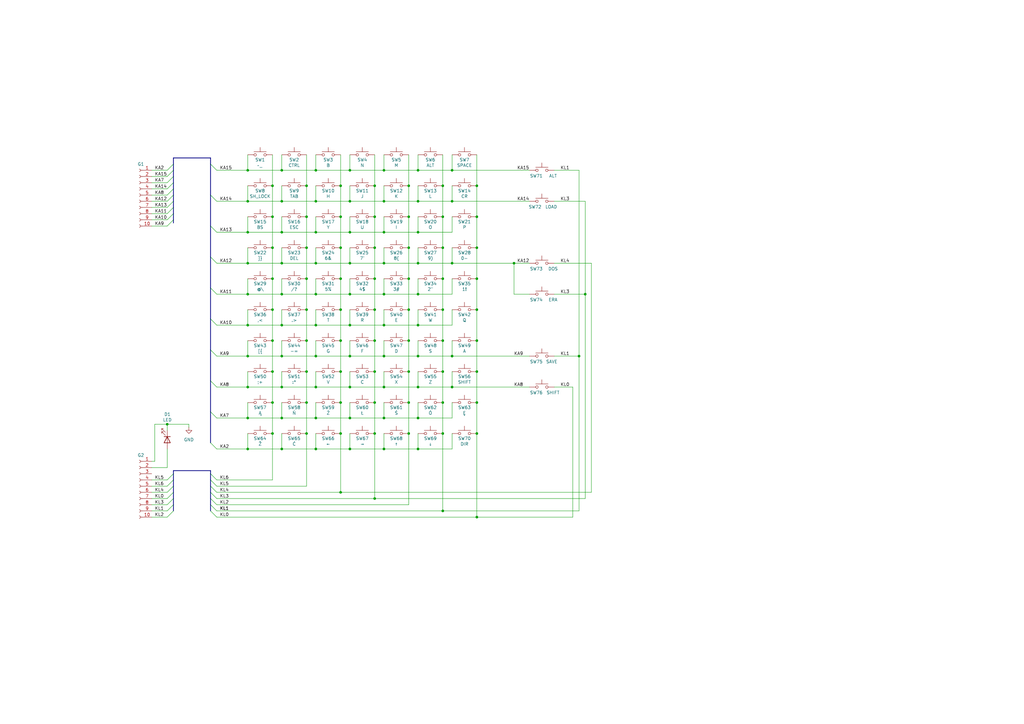
<source format=kicad_sch>
(kicad_sch (version 20231120) (generator "eeschema") (generator_version "8.0")
  (paper "A3")
  (lib_symbols
    (symbol "Connector:Conn_01x10_Socket" (pin_names (offset 1.016) hide)
      (property "Reference" "J" (at 0 12.7 0))
      (property "Value" "Conn_01x10_Socket" (at 0 -15.24 0))
      (symbol "Conn_01x10_Socket_1_1"
        (arc (start 0 -12.192) (mid -0.5058 -12.7) (end 0 -13.208) (stroke (width 0.1524)))
        (arc (start 0 -9.652) (mid -0.5058 -10.16) (end 0 -10.668) (stroke (width 0.1524)))
        (arc (start 0 -7.112) (mid -0.5058 -7.62) (end 0 -8.128) (stroke (width 0.1524)))
        (arc (start 0 -4.572) (mid -0.5058 -5.08) (end 0 -5.588) (stroke (width 0.1524)))
        (arc (start 0 -2.032) (mid -0.5058 -2.54) (end 0 -3.048) (stroke (width 0.1524)))
        (polyline (pts (xy -1.27 -12.7) (xy -0.508 -12.7)) (stroke (width 0.1524)))
        (polyline (pts (xy -1.27 -10.16) (xy -0.508 -10.16)) (stroke (width 0.1524)))
        (polyline (pts (xy -1.27 -7.62) (xy -0.508 -7.62)) (stroke (width 0.1524)))
        (polyline (pts (xy -1.27 -5.08) (xy -0.508 -5.08)) (stroke (width 0.1524)))
        (polyline (pts (xy -1.27 -2.54) (xy -0.508 -2.54)) (stroke (width 0.1524)))
        (polyline (pts (xy -1.27 0) (xy -0.508 0)) (stroke (width 0.1524)))
        (polyline (pts (xy -1.27 2.54) (xy -0.508 2.54)) (stroke (width 0.1524)))
        (polyline (pts (xy -1.27 5.08) (xy -0.508 5.08)) (stroke (width 0.1524)))
        (polyline (pts (xy -1.27 7.62) (xy -0.508 7.62)) (stroke (width 0.1524)))
        (polyline (pts (xy -1.27 10.16) (xy -0.508 10.16)) (stroke (width 0.1524)))
        (arc (start 0 0.508) (mid -0.5058 0) (end 0 -0.508) (stroke (width 0.1524)))
        (arc (start 0 3.048) (mid -0.5058 2.54) (end 0 2.032) (stroke (width 0.1524)))
        (arc (start 0 5.588) (mid -0.5058 5.08) (end 0 4.572) (stroke (width 0.1524)))
        (arc (start 0 8.128) (mid -0.5058 7.62) (end 0 7.112) (stroke (width 0.1524)))
        (arc (start 0 10.668) (mid -0.5058 10.16) (end 0 9.652) (stroke (width 0.1524)))
        (pin passive line (at -5.08 10.16 0) (length 3.81) (name "Pin_1") (number "1"))
        (pin passive line (at -5.08 -12.7 0) (length 3.81) (name "Pin_10") (number "10"))
        (pin passive line (at -5.08 7.62 0) (length 3.81) (name "Pin_2") (number "2"))
        (pin passive line (at -5.08 5.08 0) (length 3.81) (name "Pin_3") (number "3"))
        (pin passive line (at -5.08 2.54 0) (length 3.81) (name "Pin_4") (number "4"))
        (pin passive line (at -5.08 0 0) (length 3.81) (name "Pin_5") (number "5"))
        (pin passive line (at -5.08 -2.54 0) (length 3.81) (name "Pin_6") (number "6"))
        (pin passive line (at -5.08 -5.08 0) (length 3.81) (name "Pin_7") (number "7"))
        (pin passive line (at -5.08 -7.62 0) (length 3.81) (name "Pin_8") (number "8"))
        (pin passive line (at -5.08 -10.16 0) (length 3.81) (name "Pin_9") (number "9"))
      )
    )
    (symbol "Device:LED" (pin_numbers hide) (pin_names (offset 1.016) hide)
      (property "Reference" "D" (at 0 2.54 0))
      (property "Value" "LED" (at 0 -2.54 0))
      (symbol "LED_0_1"
        (polyline (pts (xy -1.27 -1.27) (xy -1.27 1.27)) (stroke (width 0.254)))
        (polyline (pts (xy -1.27 0) (xy 1.27 0)))
        (polyline (pts (xy 1.27 -1.27) (xy 1.27 1.27) (xy -1.27 0) (xy 1.27 -1.27)) (stroke (width 0.254)))
        (polyline (pts (xy -3.048 -0.762) (xy -4.572 -2.286) (xy -3.81 -2.286) (xy -4.572 -2.286) (xy -4.572 -1.524)))
        (polyline (pts (xy -1.778 -0.762) (xy -3.302 -2.286) (xy -2.54 -2.286) (xy -3.302 -2.286) (xy -3.302 -1.524)))
      )
      (symbol "LED_1_1"
        (pin passive line (at -3.81 0 0) (length 2.54) (name "K") (number "1"))
        (pin passive line (at 3.81 0 180) (length 2.54) (name "A") (number "2"))
      )
    )
    (symbol "Switch:SW_Push" (pin_numbers hide) (pin_names (offset 1.016) hide)
      (property "Reference" "SW" (at 1.27 2.54 0))
      (property "Value" "SW_Push" (at 0 -1.524 0))
      (symbol "SW_Push_0_1"
        (circle (center -2.032 0) (radius 0.508))
        (polyline (pts (xy 0 1.27) (xy 0 3.048)))
        (polyline (pts (xy 2.54 1.27) (xy -2.54 1.27)))
        (circle (center 2.032 0) (radius 0.508))
        (pin passive line (at -5.08 0 0) (length 2.54) (name "1") (number "1"))
        (pin passive line (at 5.08 0 180) (length 2.54) (name "2") (number "2"))
      )
    )
    (symbol "power:GND" (power) (pin_numbers hide) (pin_names (offset 0) hide)
      (property "Value" "GND" (at 0 -3.81 0))
      (symbol "GND_0_1"
        (polyline (pts (xy 0 0) (xy 0 -1.27) (xy 1.27 -1.27) (xy 0 -2.54) (xy -1.27 -1.27) (xy 0 -1.27)))
      )
      (symbol "GND_1_1"
        (pin power_in line (at 0 0 270) (length 0) (name "~") (number "1"))
      )
    )
  )
  (junction (at 157.48 107.95))
  (junction (at 210.82 107.95))
  (junction (at 125.73 101.6))
  (junction (at 129.54 171.45))
  (junction (at 195.58 127))
  (junction (at 171.45 146.05))
  (junction (at 139.7 114.3))
  (junction (at 157.48 69.85))
  (junction (at 195.58 177.8))
  (junction (at 125.73 152.4))
  (junction (at 185.42 158.75))
  (junction (at 181.61 209.55))
  (junction (at 185.42 69.85))
  (junction (at 195.58 152.4))
  (junction (at 157.48 184.15))
  (junction (at 185.42 107.95))
  (junction (at 143.51 120.65))
  (junction (at 115.57 184.15))
  (junction (at 115.57 69.85))
  (junction (at 237.49 146.05))
  (junction (at 167.64 88.9))
  (junction (at 185.42 82.55))
  (junction (at 111.76 177.8))
  (junction (at 157.48 158.75))
  (junction (at 157.48 133.35))
  (junction (at 195.58 101.6))
  (junction (at 157.48 95.25))
  (junction (at 153.67 101.6))
  (junction (at 129.54 107.95))
  (junction (at 157.48 146.05))
  (junction (at 181.61 139.7))
  (junction (at 125.73 76.2))
  (junction (at 167.64 139.7))
  (junction (at 139.7 127))
  (junction (at 157.48 82.55))
  (junction (at 101.6 82.55))
  (junction (at 129.54 158.75))
  (junction (at 129.54 184.15))
  (junction (at 171.45 69.85))
  (junction (at 171.45 120.65))
  (junction (at 181.61 177.8))
  (junction (at 125.73 127))
  (junction (at 139.7 165.1))
  (junction (at 181.61 127))
  (junction (at 157.48 171.45))
  (junction (at 101.6 95.25))
  (junction (at 167.64 76.2))
  (junction (at 195.58 88.9))
  (junction (at 171.45 158.75))
  (junction (at 111.76 88.9))
  (junction (at 171.45 171.45))
  (junction (at 167.64 152.4))
  (junction (at 125.73 114.3))
  (junction (at 101.6 107.95))
  (junction (at 111.76 101.6))
  (junction (at 125.73 177.8))
  (junction (at 111.76 165.1))
  (junction (at 153.67 127))
  (junction (at 111.76 114.3))
  (junction (at 153.67 76.2))
  (junction (at 143.51 95.25))
  (junction (at 171.45 107.95))
  (junction (at 181.61 114.3))
  (junction (at 143.51 146.05))
  (junction (at 129.54 82.55))
  (junction (at 171.45 184.15))
  (junction (at 115.57 120.65))
  (junction (at 125.73 165.1))
  (junction (at 171.45 133.35))
  (junction (at 139.7 177.8))
  (junction (at 181.61 101.6))
  (junction (at 101.6 184.15))
  (junction (at 111.76 152.4))
  (junction (at 115.57 133.35))
  (junction (at 101.6 133.35))
  (junction (at 139.7 76.2))
  (junction (at 68.58 173.99))
  (junction (at 153.67 114.3))
  (junction (at 101.6 171.45))
  (junction (at 157.48 120.65))
  (junction (at 143.51 158.75))
  (junction (at 101.6 146.05))
  (junction (at 139.7 201.93))
  (junction (at 167.64 177.8))
  (junction (at 153.67 152.4))
  (junction (at 185.42 146.05))
  (junction (at 240.03 120.65))
  (junction (at 171.45 82.55))
  (junction (at 115.57 158.75))
  (junction (at 153.67 88.9))
  (junction (at 129.54 95.25))
  (junction (at 139.7 88.9))
  (junction (at 101.6 69.85))
  (junction (at 101.6 120.65))
  (junction (at 115.57 95.25))
  (junction (at 129.54 133.35))
  (junction (at 195.58 76.2))
  (junction (at 115.57 171.45))
  (junction (at 115.57 146.05))
  (junction (at 129.54 69.85))
  (junction (at 167.64 101.6))
  (junction (at 143.51 82.55))
  (junction (at 111.76 127))
  (junction (at 129.54 120.65))
  (junction (at 143.51 171.45))
  (junction (at 115.57 82.55))
  (junction (at 181.61 88.9))
  (junction (at 181.61 76.2))
  (junction (at 153.67 165.1))
  (junction (at 153.67 177.8))
  (junction (at 143.51 184.15))
  (junction (at 167.64 127))
  (junction (at 153.67 139.7))
  (junction (at 143.51 69.85))
  (junction (at 153.67 204.47))
  (junction (at 101.6 158.75))
  (junction (at 195.58 114.3))
  (junction (at 195.58 165.1))
  (junction (at 111.76 76.2))
  (junction (at 125.73 88.9))
  (junction (at 139.7 139.7))
  (junction (at 139.7 101.6))
  (junction (at 129.54 146.05))
  (junction (at 167.64 165.1))
  (junction (at 139.7 152.4))
  (junction (at 195.58 212.09))
  (junction (at 181.61 165.1))
  (junction (at 115.57 107.95))
  (junction (at 125.73 139.7))
  (junction (at 167.64 114.3))
  (junction (at 143.51 133.35))
  (junction (at 111.76 139.7))
  (junction (at 143.51 107.95))
  (junction (at 195.58 139.7))
  (junction (at 181.61 152.4))
  (junction (at 171.45 95.25))
  (bus_entry (at 68.58 85.09) (size 2.54 -2.54))
  (bus_entry (at 86.36 80.01) (size 2.54 2.54))
  (bus_entry (at 68.58 92.71) (size 2.54 -2.54))
  (bus_entry (at 68.58 90.17) (size 2.54 -2.54))
  (bus_entry (at 86.36 194.31) (size 2.54 2.54))
  (bus_entry (at 68.58 207.01) (size 2.54 -2.54))
  (bus_entry (at 68.58 77.47) (size 2.54 -2.54))
  (bus_entry (at 86.36 209.55) (size 2.54 2.54))
  (bus_entry (at 86.36 196.85) (size 2.54 2.54))
  (bus_entry (at 86.36 204.47) (size 2.54 2.54))
  (bus_entry (at 68.58 80.01) (size 2.54 -2.54))
  (bus_entry (at 86.36 199.39) (size 2.54 2.54))
  (bus_entry (at 86.36 201.93) (size 2.54 2.54))
  (bus_entry (at 68.58 87.63) (size 2.54 -2.54))
  (bus_entry (at 68.58 69.85) (size 2.54 -2.54))
  (bus_entry (at 68.58 204.47) (size 2.54 -2.54))
  (bus_entry (at 68.58 74.93) (size 2.54 -2.54))
  (bus_entry (at 68.58 212.09) (size 2.54 -2.54))
  (bus_entry (at 86.36 67.31) (size 2.54 2.54))
  (bus_entry (at 86.36 181.61) (size 2.54 2.54))
  (bus_entry (at 68.58 82.55) (size 2.54 -2.54))
  (bus_entry (at 86.36 105.41) (size 2.54 2.54))
  (bus_entry (at 86.36 130.81) (size 2.54 2.54))
  (bus_entry (at 68.58 72.39) (size 2.54 -2.54))
  (bus_entry (at 68.58 199.39) (size 2.54 -2.54))
  (bus_entry (at 86.36 156.21) (size 2.54 2.54))
  (bus_entry (at 86.36 168.91) (size 2.54 2.54))
  (bus_entry (at 86.36 143.51) (size 2.54 2.54))
  (bus_entry (at 68.58 209.55) (size 2.54 -2.54))
  (bus_entry (at 86.36 92.71) (size 2.54 2.54))
  (bus_entry (at 86.36 118.11) (size 2.54 2.54))
  (bus_entry (at 68.58 196.85) (size 2.54 -2.54))
  (bus_entry (at 86.36 207.01) (size 2.54 2.54))
  (bus_entry (at 68.58 201.93) (size 2.54 -2.54))
  (wire (pts (xy 171.45 95.25) (xy 171.45 88.9)))
  (wire (pts (xy 171.45 158.75) (xy 157.48 158.75)))
  (wire (pts (xy 129.54 120.65) (xy 129.54 114.3)))
  (wire (pts (xy 143.51 171.45) (xy 143.51 165.1)))
  (wire (pts (xy 139.7 114.3) (xy 139.7 127)))
  (wire (pts (xy 88.9 207.01) (xy 167.64 207.01)))
  (wire (pts (xy 111.76 139.7) (xy 111.76 152.4)))
  (wire (pts (xy 143.51 82.55) (xy 143.51 76.2)))
  (wire (pts (xy 143.51 69.85) (xy 129.54 69.85)))
  (wire (pts (xy 171.45 146.05) (xy 157.48 146.05)))
  (wire (pts (xy 115.57 171.45) (xy 115.57 165.1)))
  (bus (pts (xy 71.12 204.47) (xy 71.12 207.01)))
  (wire (pts (xy 68.58 191.77) (xy 68.58 184.15)))
  (wire (pts (xy 185.42 101.6) (xy 185.42 107.95)))
  (bus (pts (xy 86.36 181.61) (xy 86.36 168.91)))
  (wire (pts (xy 115.57 69.85) (xy 115.57 63.5)))
  (wire (pts (xy 227.33 69.85) (xy 237.49 69.85)))
  (bus (pts (xy 86.36 130.81) (xy 86.36 118.11)))
  (wire (pts (xy 153.67 127) (xy 153.67 139.7)))
  (wire (pts (xy 181.61 139.7) (xy 181.61 152.4)))
  (wire (pts (xy 88.9 212.09) (xy 195.58 212.09)))
  (wire (pts (xy 157.48 158.75) (xy 157.48 152.4)))
  (wire (pts (xy 157.48 133.35) (xy 143.51 133.35)))
  (wire (pts (xy 88.9 171.45) (xy 101.6 171.45)))
  (bus (pts (xy 71.12 201.93) (xy 71.12 204.47)))
  (wire (pts (xy 167.64 139.7) (xy 167.64 152.4)))
  (wire (pts (xy 171.45 133.35) (xy 157.48 133.35)))
  (wire (pts (xy 157.48 95.25) (xy 157.48 88.9)))
  (wire (pts (xy 111.76 127) (xy 111.76 139.7)))
  (wire (pts (xy 195.58 114.3) (xy 195.58 127)))
  (bus (pts (xy 86.36 156.21) (xy 86.36 143.51)))
  (wire (pts (xy 153.67 177.8) (xy 153.67 204.47)))
  (wire (pts (xy 227.33 146.05) (xy 237.49 146.05)))
  (wire (pts (xy 167.64 63.5) (xy 167.64 76.2)))
  (wire (pts (xy 167.64 114.3) (xy 167.64 127)))
  (wire (pts (xy 115.57 69.85) (xy 101.6 69.85)))
  (wire (pts (xy 88.9 146.05) (xy 101.6 146.05)))
  (wire (pts (xy 115.57 146.05) (xy 101.6 146.05)))
  (bus (pts (xy 71.12 196.85) (xy 71.12 199.39)))
  (wire (pts (xy 101.6 133.35) (xy 101.6 127)))
  (wire (pts (xy 129.54 120.65) (xy 115.57 120.65)))
  (wire (pts (xy 227.33 158.75) (xy 234.95 158.75)))
  (wire (pts (xy 185.42 146.05) (xy 217.17 146.05)))
  (wire (pts (xy 115.57 133.35) (xy 101.6 133.35)))
  (wire (pts (xy 185.42 158.75) (xy 171.45 158.75)))
  (wire (pts (xy 185.42 139.7) (xy 185.42 146.05)))
  (wire (pts (xy 101.6 171.45) (xy 101.6 165.1)))
  (wire (pts (xy 111.76 114.3) (xy 111.76 127)))
  (wire (pts (xy 63.5 189.23) (xy 63.5 173.99)))
  (wire (pts (xy 125.73 114.3) (xy 125.73 127)))
  (wire (pts (xy 115.57 146.05) (xy 115.57 139.7)))
  (wire (pts (xy 125.73 152.4) (xy 125.73 165.1)))
  (wire (pts (xy 171.45 171.45) (xy 157.48 171.45)))
  (wire (pts (xy 139.7 152.4) (xy 139.7 165.1)))
  (wire (pts (xy 129.54 146.05) (xy 115.57 146.05)))
  (wire (pts (xy 185.42 114.3) (xy 185.42 120.65)))
  (wire (pts (xy 210.82 107.95) (xy 210.82 120.65)))
  (bus (pts (xy 86.36 204.47) (xy 86.36 201.93)))
  (wire (pts (xy 62.23 199.39) (xy 68.58 199.39)))
  (wire (pts (xy 129.54 69.85) (xy 129.54 63.5)))
  (wire (pts (xy 139.7 201.93) (xy 242.57 201.93)))
  (wire (pts (xy 115.57 82.55) (xy 101.6 82.55)))
  (wire (pts (xy 195.58 139.7) (xy 195.58 152.4)))
  (wire (pts (xy 115.57 95.25) (xy 115.57 88.9)))
  (wire (pts (xy 62.23 204.47) (xy 68.58 204.47)))
  (wire (pts (xy 167.64 88.9) (xy 167.64 101.6)))
  (wire (pts (xy 125.73 63.5) (xy 125.73 76.2)))
  (wire (pts (xy 195.58 127) (xy 195.58 139.7)))
  (wire (pts (xy 101.6 95.25) (xy 101.6 88.9)))
  (wire (pts (xy 63.5 173.99) (xy 68.58 173.99)))
  (wire (pts (xy 129.54 184.15) (xy 115.57 184.15)))
  (wire (pts (xy 171.45 120.65) (xy 157.48 120.65)))
  (wire (pts (xy 143.51 133.35) (xy 129.54 133.35)))
  (wire (pts (xy 240.03 204.47) (xy 153.67 204.47)))
  (wire (pts (xy 125.73 76.2) (xy 125.73 88.9)))
  (wire (pts (xy 157.48 120.65) (xy 157.48 114.3)))
  (wire (pts (xy 181.61 127) (xy 181.61 139.7)))
  (wire (pts (xy 185.42 171.45) (xy 171.45 171.45)))
  (wire (pts (xy 129.54 171.45) (xy 115.57 171.45)))
  (bus (pts (xy 86.36 194.31) (xy 86.36 193.04)))
  (wire (pts (xy 167.64 165.1) (xy 167.64 177.8)))
  (wire (pts (xy 185.42 184.15) (xy 171.45 184.15)))
  (wire (pts (xy 167.64 127) (xy 167.64 139.7)))
  (bus (pts (xy 86.36 67.31) (xy 86.36 64.77)))
  (wire (pts (xy 157.48 69.85) (xy 143.51 69.85)))
  (wire (pts (xy 227.33 120.65) (xy 240.03 120.65)))
  (wire (pts (xy 129.54 95.25) (xy 129.54 88.9)))
  (wire (pts (xy 143.51 133.35) (xy 143.51 127)))
  (wire (pts (xy 185.42 107.95) (xy 210.82 107.95)))
  (wire (pts (xy 139.7 139.7) (xy 139.7 152.4)))
  (wire (pts (xy 101.6 107.95) (xy 101.6 101.6)))
  (wire (pts (xy 125.73 139.7) (xy 125.73 152.4)))
  (bus (pts (xy 86.36 199.39) (xy 86.36 196.85)))
  (wire (pts (xy 157.48 107.95) (xy 157.48 101.6)))
  (wire (pts (xy 153.67 76.2) (xy 153.67 88.9)))
  (wire (pts (xy 62.23 90.17) (xy 68.58 90.17)))
  (wire (pts (xy 143.51 146.05) (xy 129.54 146.05)))
  (wire (pts (xy 171.45 107.95) (xy 171.45 101.6)))
  (bus (pts (xy 71.12 82.55) (xy 71.12 85.09)))
  (wire (pts (xy 157.48 82.55) (xy 157.48 76.2)))
  (wire (pts (xy 88.9 69.85) (xy 101.6 69.85)))
  (wire (pts (xy 139.7 76.2) (xy 139.7 88.9)))
  (wire (pts (xy 237.49 146.05) (xy 237.49 69.85)))
  (wire (pts (xy 195.58 152.4) (xy 195.58 165.1)))
  (wire (pts (xy 129.54 69.85) (xy 115.57 69.85)))
  (wire (pts (xy 62.23 74.93) (xy 68.58 74.93)))
  (wire (pts (xy 77.47 173.99) (xy 77.47 175.26)))
  (wire (pts (xy 143.51 120.65) (xy 143.51 114.3)))
  (wire (pts (xy 125.73 127) (xy 125.73 139.7)))
  (wire (pts (xy 240.03 82.55) (xy 240.03 120.65)))
  (wire (pts (xy 157.48 82.55) (xy 143.51 82.55)))
  (bus (pts (xy 71.12 90.17) (xy 71.12 91.44)))
  (bus (pts (xy 86.36 64.77) (xy 71.12 64.77)))
  (wire (pts (xy 157.48 69.85) (xy 157.48 63.5)))
  (wire (pts (xy 167.64 177.8) (xy 167.64 207.01)))
  (wire (pts (xy 129.54 107.95) (xy 129.54 101.6)))
  (wire (pts (xy 181.61 101.6) (xy 181.61 114.3)))
  (wire (pts (xy 88.9 107.95) (xy 101.6 107.95)))
  (wire (pts (xy 129.54 158.75) (xy 129.54 152.4)))
  (wire (pts (xy 143.51 95.25) (xy 129.54 95.25)))
  (wire (pts (xy 157.48 120.65) (xy 143.51 120.65)))
  (wire (pts (xy 181.61 88.9) (xy 181.61 101.6)))
  (bus (pts (xy 71.12 199.39) (xy 71.12 201.93)))
  (wire (pts (xy 129.54 82.55) (xy 129.54 76.2)))
  (wire (pts (xy 143.51 82.55) (xy 129.54 82.55)))
  (wire (pts (xy 171.45 171.45) (xy 171.45 165.1)))
  (wire (pts (xy 125.73 177.8) (xy 125.73 199.39)))
  (wire (pts (xy 129.54 184.15) (xy 129.54 177.8)))
  (wire (pts (xy 62.23 82.55) (xy 68.58 82.55)))
  (wire (pts (xy 62.23 77.47) (xy 68.58 77.47)))
  (wire (pts (xy 157.48 184.15) (xy 157.48 177.8)))
  (wire (pts (xy 139.7 63.5) (xy 139.7 76.2)))
  (wire (pts (xy 62.23 69.85) (xy 68.58 69.85)))
  (wire (pts (xy 68.58 173.99) (xy 77.47 173.99)))
  (wire (pts (xy 234.95 158.75) (xy 234.95 212.09)))
  (wire (pts (xy 171.45 158.75) (xy 171.45 152.4)))
  (wire (pts (xy 210.82 107.95) (xy 217.17 107.95)))
  (wire (pts (xy 88.9 196.85) (xy 111.76 196.85)))
  (wire (pts (xy 227.33 107.95) (xy 242.57 107.95)))
  (wire (pts (xy 88.9 184.15) (xy 101.6 184.15)))
  (wire (pts (xy 143.51 158.75) (xy 129.54 158.75)))
  (wire (pts (xy 115.57 82.55) (xy 115.57 76.2)))
  (bus (pts (xy 71.12 74.93) (xy 71.12 77.47)))
  (wire (pts (xy 234.95 212.09) (xy 195.58 212.09)))
  (wire (pts (xy 101.6 69.85) (xy 101.6 63.5)))
  (wire (pts (xy 62.23 189.23) (xy 63.5 189.23)))
  (wire (pts (xy 210.82 120.65) (xy 217.17 120.65)))
  (wire (pts (xy 181.61 152.4) (xy 181.61 165.1)))
  (wire (pts (xy 153.67 165.1) (xy 153.67 177.8)))
  (bus (pts (xy 86.36 193.04) (xy 71.12 193.04)))
  (wire (pts (xy 143.51 69.85) (xy 143.51 63.5)))
  (wire (pts (xy 171.45 184.15) (xy 171.45 177.8)))
  (wire (pts (xy 129.54 82.55) (xy 115.57 82.55)))
  (wire (pts (xy 157.48 107.95) (xy 143.51 107.95)))
  (wire (pts (xy 143.51 107.95) (xy 129.54 107.95)))
  (wire (pts (xy 62.23 207.01) (xy 68.58 207.01)))
  (bus (pts (xy 86.36 80.01) (xy 86.36 67.31)))
  (wire (pts (xy 195.58 88.9) (xy 195.58 101.6)))
  (wire (pts (xy 88.9 133.35) (xy 101.6 133.35)))
  (wire (pts (xy 62.23 196.85) (xy 68.58 196.85)))
  (wire (pts (xy 101.6 146.05) (xy 101.6 139.7)))
  (wire (pts (xy 129.54 95.25) (xy 115.57 95.25)))
  (wire (pts (xy 62.23 85.09) (xy 68.58 85.09)))
  (wire (pts (xy 157.48 95.25) (xy 143.51 95.25)))
  (wire (pts (xy 157.48 184.15) (xy 143.51 184.15)))
  (wire (pts (xy 153.67 101.6) (xy 153.67 114.3)))
  (wire (pts (xy 143.51 120.65) (xy 129.54 120.65)))
  (wire (pts (xy 129.54 171.45) (xy 129.54 165.1)))
  (wire (pts (xy 185.42 95.25) (xy 171.45 95.25)))
  (wire (pts (xy 115.57 158.75) (xy 115.57 152.4)))
  (wire (pts (xy 171.45 107.95) (xy 157.48 107.95)))
  (wire (pts (xy 115.57 95.25) (xy 101.6 95.25)))
  (wire (pts (xy 157.48 158.75) (xy 143.51 158.75)))
  (wire (pts (xy 143.51 171.45) (xy 129.54 171.45)))
  (wire (pts (xy 242.57 201.93) (xy 242.57 107.95)))
  (wire (pts (xy 227.33 82.55) (xy 240.03 82.55)))
  (wire (pts (xy 185.42 127) (xy 185.42 133.35)))
  (wire (pts (xy 153.67 88.9) (xy 153.67 101.6)))
  (wire (pts (xy 195.58 101.6) (xy 195.58 114.3)))
  (wire (pts (xy 115.57 184.15) (xy 101.6 184.15)))
  (wire (pts (xy 111.76 101.6) (xy 111.76 114.3)))
  (wire (pts (xy 129.54 133.35) (xy 115.57 133.35)))
  (wire (pts (xy 167.64 101.6) (xy 167.64 114.3)))
  (bus (pts (xy 86.36 105.41) (xy 86.36 92.71)))
  (bus (pts (xy 71.12 80.01) (xy 71.12 82.55)))
  (wire (pts (xy 115.57 158.75) (xy 101.6 158.75)))
  (wire (pts (xy 68.58 173.99) (xy 68.58 176.53)))
  (wire (pts (xy 171.45 82.55) (xy 171.45 76.2)))
  (wire (pts (xy 157.48 146.05) (xy 143.51 146.05)))
  (wire (pts (xy 195.58 63.5) (xy 195.58 76.2)))
  (bus (pts (xy 71.12 72.39) (xy 71.12 74.93)))
  (wire (pts (xy 185.42 165.1) (xy 185.42 171.45)))
  (wire (pts (xy 115.57 120.65) (xy 101.6 120.65)))
  (wire (pts (xy 157.48 171.45) (xy 143.51 171.45)))
  (bus (pts (xy 86.36 168.91) (xy 86.36 156.21)))
  (wire (pts (xy 153.67 114.3) (xy 153.67 127)))
  (wire (pts (xy 185.42 69.85) (xy 217.17 69.85)))
  (wire (pts (xy 88.9 95.25) (xy 101.6 95.25)))
  (wire (pts (xy 181.61 165.1) (xy 181.61 177.8)))
  (bus (pts (xy 86.36 207.01) (xy 86.36 204.47)))
  (bus (pts (xy 71.12 64.77) (xy 71.12 67.31)))
  (wire (pts (xy 62.23 201.93) (xy 68.58 201.93)))
  (wire (pts (xy 157.48 133.35) (xy 157.48 127)))
  (bus (pts (xy 86.36 196.85) (xy 86.36 194.31)))
  (wire (pts (xy 88.9 120.65) (xy 101.6 120.65)))
  (wire (pts (xy 115.57 107.95) (xy 101.6 107.95)))
  (wire (pts (xy 62.23 191.77) (xy 68.58 191.77)))
  (wire (pts (xy 185.42 146.05) (xy 171.45 146.05)))
  (wire (pts (xy 143.51 146.05) (xy 143.51 139.7)))
  (wire (pts (xy 111.76 177.8) (xy 111.76 196.85)))
  (wire (pts (xy 171.45 146.05) (xy 171.45 139.7)))
  (wire (pts (xy 143.51 107.95) (xy 143.51 101.6)))
  (wire (pts (xy 62.23 80.01) (xy 68.58 80.01)))
  (wire (pts (xy 153.67 63.5) (xy 153.67 76.2)))
  (wire (pts (xy 101.6 158.75) (xy 101.6 152.4)))
  (wire (pts (xy 88.9 201.93) (xy 139.7 201.93)))
  (wire (pts (xy 62.23 92.71) (xy 68.58 92.71)))
  (wire (pts (xy 185.42 152.4) (xy 185.42 158.75)))
  (wire (pts (xy 125.73 101.6) (xy 125.73 114.3)))
  (bus (pts (xy 86.36 201.93) (xy 86.36 199.39)))
  (wire (pts (xy 171.45 69.85) (xy 157.48 69.85)))
  (wire (pts (xy 88.9 209.55) (xy 181.61 209.55)))
  (wire (pts (xy 171.45 133.35) (xy 171.45 127)))
  (wire (pts (xy 115.57 133.35) (xy 115.57 127)))
  (wire (pts (xy 195.58 76.2) (xy 195.58 88.9)))
  (wire (pts (xy 185.42 133.35) (xy 171.45 133.35)))
  (wire (pts (xy 237.49 209.55) (xy 237.49 146.05)))
  (wire (pts (xy 115.57 184.15) (xy 115.57 177.8)))
  (wire (pts (xy 157.48 146.05) (xy 157.48 139.7)))
  (bus (pts (xy 86.36 92.71) (xy 86.36 80.01)))
  (wire (pts (xy 181.61 177.8) (xy 181.61 209.55)))
  (wire (pts (xy 181.61 114.3) (xy 181.61 127)))
  (wire (pts (xy 111.76 76.2) (xy 111.76 88.9)))
  (wire (pts (xy 115.57 120.65) (xy 115.57 114.3)))
  (wire (pts (xy 171.45 184.15) (xy 157.48 184.15)))
  (wire (pts (xy 185.42 82.55) (xy 171.45 82.55)))
  (bus (pts (xy 86.36 118.11) (xy 86.36 105.41)))
  (bus (pts (xy 71.12 67.31) (xy 71.12 69.85)))
  (wire (pts (xy 185.42 158.75) (xy 217.17 158.75)))
  (wire (pts (xy 115.57 171.45) (xy 101.6 171.45)))
  (bus (pts (xy 71.12 77.47) (xy 71.12 80.01)))
  (wire (pts (xy 111.76 63.5) (xy 111.76 76.2)))
  (wire (pts (xy 143.51 158.75) (xy 143.51 152.4)))
  (bus (pts (xy 71.12 194.31) (xy 71.12 196.85)))
  (bus (pts (xy 71.12 69.85) (xy 71.12 72.39)))
  (wire (pts (xy 181.61 76.2) (xy 181.61 88.9)))
  (bus (pts (xy 71.12 85.09) (xy 71.12 87.63)))
  (wire (pts (xy 139.7 177.8) (xy 139.7 201.93)))
  (wire (pts (xy 171.45 95.25) (xy 157.48 95.25)))
  (wire (pts (xy 143.51 184.15) (xy 143.51 177.8)))
  (wire (pts (xy 185.42 107.95) (xy 171.45 107.95)))
  (wire (pts (xy 185.42 120.65) (xy 171.45 120.65)))
  (wire (pts (xy 129.54 107.95) (xy 115.57 107.95)))
  (wire (pts (xy 101.6 120.65) (xy 101.6 114.3)))
  (bus (pts (xy 86.36 209.55) (xy 86.36 207.01)))
  (wire (pts (xy 157.48 171.45) (xy 157.48 165.1)))
  (bus (pts (xy 71.12 207.01) (xy 71.12 209.55)))
  (wire (pts (xy 111.76 88.9) (xy 111.76 101.6)))
  (wire (pts (xy 143.51 184.15) (xy 129.54 184.15)))
  (bus (pts (xy 71.12 193.04) (xy 71.12 194.31)))
  (wire (pts (xy 153.67 152.4) (xy 153.67 165.1)))
  (wire (pts (xy 101.6 82.55) (xy 101.6 76.2)))
  (wire (pts (xy 62.23 212.09) (xy 68.58 212.09)))
  (wire (pts (xy 62.23 87.63) (xy 68.58 87.63)))
  (wire (pts (xy 139.7 88.9) (xy 139.7 101.6)))
  (wire (pts (xy 111.76 152.4) (xy 111.76 165.1)))
  (wire (pts (xy 171.45 120.65) (xy 171.45 114.3)))
  (wire (pts (xy 62.23 209.55) (xy 68.58 209.55)))
  (wire (pts (xy 240.03 120.65) (xy 240.03 204.47)))
  (wire (pts (xy 101.6 184.15) (xy 101.6 177.8)))
  (wire (pts (xy 185.42 88.9) (xy 185.42 95.25)))
  (wire (pts (xy 181.61 63.5) (xy 181.61 76.2)))
  (wire (pts (xy 129.54 133.35) (xy 129.54 127)))
  (wire (pts (xy 139.7 101.6) (xy 139.7 114.3)))
  (wire (pts (xy 88.9 199.39) (xy 125.73 199.39)))
  (wire (pts (xy 139.7 127) (xy 139.7 139.7)))
  (wire (pts (xy 181.61 209.55) (xy 237.49 209.55)))
  (wire (pts (xy 88.9 82.55) (xy 101.6 82.55)))
  (wire (pts (xy 125.73 165.1) (xy 125.73 177.8)))
  (wire (pts (xy 185.42 76.2) (xy 185.42 82.55)))
  (wire (pts (xy 185.42 63.5) (xy 185.42 69.85)))
  (wire (pts (xy 125.73 88.9) (xy 125.73 101.6)))
  (wire (pts (xy 115.57 107.95) (xy 115.57 101.6)))
  (wire (pts (xy 171.45 82.55) (xy 157.48 82.55)))
  (wire (pts (xy 195.58 165.1) (xy 195.58 177.8)))
  (wire (pts (xy 62.23 72.39) (xy 68.58 72.39)))
  (wire (pts (xy 88.9 158.75) (xy 101.6 158.75)))
  (wire (pts (xy 139.7 165.1) (xy 139.7 177.8)))
  (wire (pts (xy 167.64 152.4) (xy 167.64 165.1)))
  (bus (pts (xy 71.12 87.63) (xy 71.12 90.17)))
  (wire (pts (xy 129.54 146.05) (xy 129.54 139.7)))
  (wire (pts (xy 185.42 69.85) (xy 171.45 69.85)))
  (bus (pts (xy 86.36 143.51) (xy 86.36 130.81)))
  (wire (pts (xy 111.76 165.1) (xy 111.76 177.8)))
  (wire (pts (xy 167.64 76.2) (xy 167.64 88.9)))
  (wire (pts (xy 185.42 177.8) (xy 185.42 184.15)))
  (wire (pts (xy 143.51 95.25) (xy 143.51 88.9)))
  (wire (pts (xy 88.9 204.47) (xy 153.67 204.47)))
  (wire (pts (xy 153.67 139.7) (xy 153.67 152.4)))
  (wire (pts (xy 195.58 177.8) (xy 195.58 212.09)))
  (wire (pts (xy 185.42 82.55) (xy 217.17 82.55)))
  (wire (pts (xy 129.54 158.75) (xy 115.57 158.75)))
  (wire (pts (xy 171.45 69.85) (xy 171.45 63.5)))
  (label "KA9" (at 90.17 146.05 0))
  (label "KL0" (at 63.5 204.47 0))
  (label "KA9" (at 210.82 146.05 0))
  (label "KL4" (at 229.87 107.95 0))
  (label "KL2" (at 63.5 212.09 0))
  (label "KA12" (at 63.5 82.55 0))
  (label "KL0" (at 90.17 212.09 0))
  (label "KL5" (at 90.17 199.39 0))
  (label "KL6" (at 63.5 199.39 0))
  (label "KA8" (at 63.5 80.01 0))
  (label "KA12" (at 212.09 107.95 0))
  (label "KA15" (at 90.17 69.85 0))
  (label "KA2" (at 90.17 184.15 0))
  (label "KA8" (at 210.82 158.75 0))
  (label "KL1" (at 229.87 69.85 0))
  (label "KL3" (at 90.17 204.47 0))
  (label "KL1" (at 63.5 209.55 0))
  (label "KL6" (at 90.17 196.85 0))
  (label "KA15" (at 63.5 72.39 0))
  (label "KL1" (at 229.87 146.05 0))
  (label "KA8" (at 90.17 158.75 0))
  (label "KA11" (at 63.5 87.63 0))
  (label "KA10" (at 90.17 133.35 0))
  (label "KL3" (at 229.87 120.65 0))
  (label "KA7" (at 90.17 171.45 0))
  (label "KA10" (at 63.5 90.17 0))
  (label "KA14" (at 90.17 82.55 0))
  (label "KL5" (at 63.5 196.85 0))
  (label "KA9" (at 63.5 92.71 0))
  (label "KL0" (at 229.87 158.75 0))
  (label "KL4" (at 63.5 201.93 0))
  (label "KL2" (at 90.17 207.01 0))
  (label "KA13" (at 63.5 85.09 0))
  (label "KA14" (at 212.09 82.55 0))
  (label "KA2" (at 63.5 69.85 0))
  (label "KA12" (at 90.17 107.95 0))
  (label "KL1" (at 90.17 209.55 0))
  (label "KL3" (at 63.5 207.01 0))
  (label "KL3" (at 229.87 82.55 0))
  (label "KL4" (at 90.17 201.93 0))
  (label "KA13" (at 90.17 95.25 0))
  (label "KA14" (at 63.5 77.47 0))
  (label "KA7" (at 63.5 74.93 0))
  (label "KA15" (at 212.09 69.85 0))
  (label "KL1" (at 90.17 209.55 0))
  (label "KA11" (at 90.17 120.65 0))
  (symbol (lib_id "Switch:SW_Push") (at 148.59 88.9 0) (unit 1)
    (property "Reference" "SW18" (at 148.59 90.932 0))
    (property "Value" "U" (at 148.59 93.218 0))
    (property "Footprint" "cherry:SW_Cherry_MX_1.00u_PCB" (effects (hide yes)))
    (property "Description" "Push button switch, generic, two pins" (effects (hide yes)))
  )
  (symbol (lib_id "Switch:SW_Push") (at 120.65 127 0) (unit 1)
    (property "Reference" "SW37" (at 120.65 129.032 0))
    (property "Value" ".>" (at 120.65 131.318 0))
    (property "Footprint" "cherry:SW_Cherry_MX_1.00u_PCB" (effects (hide yes)))
    (property "Description" "Push button switch, generic, two pins" (effects (hide yes)))
  )
  (symbol (lib_id "Switch:SW_Push") (at 190.5 88.9 0) (unit 1)
    (property "Reference" "SW21" (at 190.5 90.932 0))
    (property "Value" "P" (at 190.5 93.218 0))
    (property "Footprint" "cherry:SW_Cherry_MX_1.00u_PCB" (effects (hide yes)))
    (property "Description" "Push button switch, generic, two pins" (effects (hide yes)))
  )
  (symbol (lib_id "Switch:SW_Push") (at 134.62 127 0) (unit 1)
    (property "Reference" "SW38" (at 134.62 129.032 0))
    (property "Value" "T" (at 134.62 131.318 0))
    (property "Footprint" "cherry:SW_Cherry_MX_1.00u_PCB" (effects (hide yes)))
    (property "Description" "Push button switch, generic, two pins" (effects (hide yes)))
  )
  (symbol (lib_id "Switch:SW_Push") (at 176.53 127 0) (unit 1)
    (property "Reference" "SW41" (at 176.53 129.032 0))
    (property "Value" "W" (at 176.53 131.318 0))
    (property "Footprint" "cherry:SW_Cherry_MX_1.00u_PCB" (effects (hide yes)))
    (property "Description" "Push button switch, generic, two pins" (effects (hide yes)))
  )
  (symbol (lib_id "Switch:SW_Push") (at 190.5 139.7 0) (unit 1)
    (property "Reference" "SW49" (at 190.5 141.732 0))
    (property "Value" "A" (at 190.5 144.018 0))
    (property "Footprint" "cherry:SW_Cherry_MX_1.00u_PCB" (effects (hide yes)))
    (property "Description" "Push button switch, generic, two pins" (effects (hide yes)))
  )
  (symbol (lib_id "Connector:Conn_01x10_Socket") (at 57.15 199.39 0) (mirror y) (unit 1)
    (property "Reference" "G2" (at 57.785 186.69 0))
    (property "Value" "Conn_01x10_Socket" (effects (hide yes)))
    (property "Footprint" "Connector_PinHeader_2.54mm:PinHeader_1x10_P2.54mm_Vertical" (effects (hide yes)))
    (property "Description" "Generic connector, single row, 01x10, script generated" (effects (hide yes)))
  )
  (symbol (lib_id "power:GND") (at 77.47 175.26 0) (unit 1)
    (property "Reference" "#PWR01" (effects (hide yes)))
    (property "Value" "GND" (at 77.47 180.34 0))
    (property "Description" "Power symbol creates a global label with name \"GND\" , ground" (effects (hide yes)))
  )
  (symbol (lib_id "Switch:SW_Push") (at 190.5 152.4 0) (unit 1)
    (property "Reference" "SW56" (at 190.5 154.432 0))
    (property "Value" "SHIFT" (at 190.5 156.718 0))
    (property "Footprint" "cherry:SW_Cherry_MX_1.00u_PCB" (effects (hide yes)))
    (property "Description" "Push button switch, generic, two pins" (effects (hide yes)))
  )
  (symbol (lib_id "Switch:SW_Push") (at 148.59 76.2 0) (unit 1)
    (property "Reference" "SW11" (at 148.59 78.232 0))
    (property "Value" "J" (at 148.59 80.518 0))
    (property "Footprint" "cherry:SW_Cherry_MX_1.00u_PCB" (effects (hide yes)))
    (property "Description" "Push button switch, generic, two pins" (effects (hide yes)))
  )
  (symbol (lib_id "Switch:SW_Push") (at 190.5 177.8 0) (mirror y) (unit 1)
    (property "Reference" "SW70" (at 190.5 179.832 0))
    (property "Value" "DIR" (at 190.5 182.118 0))
    (property "Footprint" "cherry:SW_Cherry_MX_1.00u_PCB" (effects (hide yes)))
    (property "Description" "Push button switch, generic, two pins" (effects (hide yes)))
  )
  (symbol (lib_id "Switch:SW_Push") (at 134.62 139.7 0) (unit 1)
    (property "Reference" "SW45" (at 134.62 141.732 0))
    (property "Value" "G" (at 134.62 144.018 0))
    (property "Footprint" "cherry:SW_Cherry_MX_1.00u_PCB" (effects (hide yes)))
    (property "Description" "Push button switch, generic, two pins" (effects (hide yes)))
  )
  (symbol (lib_id "Switch:SW_Push") (at 106.68 63.5 0) (unit 1)
    (property "Reference" "SW1" (at 106.68 65.532 0))
    (property "Value" "^-" (at 106.68 68.58 0))
    (property "Footprint" "cherry:SW_Cherry_MX_1.00u_PCB" (effects (hide yes)))
    (property "Description" "Push button switch, generic, two pins" (effects (hide yes)))
  )
  (symbol (lib_id "Device:LED") (at 68.58 180.34 270) (unit 1)
    (property "Reference" "D1" (at 67.31 169.926 90) (effects (justify left)))
    (property "Value" "LED" (at 66.802 172.212 90) (effects (justify left)))
    (property "Footprint" "LED_THT:LED_D5.0mm" (effects (hide yes)))
    (property "Description" "Light emitting diode" (effects (hide yes)))
  )
  (symbol (lib_id "Switch:SW_Push") (at 222.25 158.75 0) (unit 1)
    (property "Reference" "SW76" (at 219.964 161.036 0))
    (property "Value" "SHIFT" (at 226.822 161.036 0))
    (property "Footprint" "cherry:SW_Cherry_MX_1.50u_PCB" (effects (hide yes)))
    (property "Description" "Push button switch, generic, two pins" (effects (hide yes)))
  )
  (symbol (lib_id "Switch:SW_Push") (at 190.5 114.3 0) (unit 1)
    (property "Reference" "SW35" (at 190.5 116.332 0))
    (property "Value" "1!" (at 190.5 118.618 0))
    (property "Footprint" "cherry:SW_Cherry_MX_1.00u_PCB" (effects (hide yes)))
    (property "Description" "Push button switch, generic, two pins" (effects (hide yes)))
  )
  (symbol (lib_id "Switch:SW_Push") (at 134.62 152.4 0) (unit 1)
    (property "Reference" "SW52" (at 134.62 154.432 0))
    (property "Value" "V" (at 134.62 156.718 0))
    (property "Footprint" "cherry:SW_Cherry_MX_1.00u_PCB" (effects (hide yes)))
    (property "Description" "Push button switch, generic, two pins" (effects (hide yes)))
  )
  (symbol (lib_id "Switch:SW_Push") (at 162.56 101.6 0) (unit 1)
    (property "Reference" "SW26" (at 162.56 103.632 0))
    (property "Value" "8(" (at 162.56 105.918 0))
    (property "Footprint" "cherry:SW_Cherry_MX_1.00u_PCB" (effects (hide yes)))
    (property "Description" "Push button switch, generic, two pins" (effects (hide yes)))
  )
  (symbol (lib_id "Switch:SW_Push") (at 222.25 146.05 0) (mirror y) (unit 1)
    (property "Reference" "SW75" (at 219.964 148.336 0))
    (property "Value" "SAVE" (at 226.314 148.336 0))
    (property "Footprint" "cherry:SW_Cherry_MX_1.00u_PCB" (effects (hide yes)))
    (property "Description" "Push button switch, generic, two pins" (effects (hide yes)))
  )
  (symbol (lib_id "Switch:SW_Push") (at 106.68 152.4 0) (unit 1)
    (property "Reference" "SW50" (at 106.68 154.432 0))
    (property "Value" ";+" (at 106.68 156.718 0))
    (property "Footprint" "cherry:SW_Cherry_MX_1.00u_PCB" (effects (hide yes)))
    (property "Description" "Push button switch, generic, two pins" (effects (hide yes)))
  )
  (symbol (lib_id "Switch:SW_Push") (at 134.62 76.2 0) (unit 1)
    (property "Reference" "SW10" (at 134.62 78.232 0))
    (property "Value" "H" (at 134.62 80.518 0))
    (property "Footprint" "cherry:SW_Cherry_MX_1.00u_PCB" (effects (hide yes)))
    (property "Description" "Push button switch, generic, two pins" (effects (hide yes)))
  )
  (symbol (lib_id "Switch:SW_Push") (at 162.56 76.2 0) (unit 1)
    (property "Reference" "SW12" (at 162.56 78.232 0))
    (property "Value" "K" (at 162.56 80.518 0))
    (property "Footprint" "cherry:SW_Cherry_MX_1.00u_PCB" (effects (hide yes)))
    (property "Description" "Push button switch, generic, two pins" (effects (hide yes)))
  )
  (symbol (lib_id "Switch:SW_Push") (at 162.56 88.9 0) (unit 1)
    (property "Reference" "SW19" (at 162.56 90.932 0))
    (property "Value" "I" (at 162.56 93.218 0))
    (property "Footprint" "cherry:SW_Cherry_MX_1.00u_PCB" (effects (hide yes)))
    (property "Description" "Push button switch, generic, two pins" (effects (hide yes)))
  )
  (symbol (lib_id "Switch:SW_Push") (at 120.65 165.1 0) (unit 1)
    (property "Reference" "SW58" (at 120.65 167.132 0))
    (property "Value" "Ń" (at 120.65 169.418 0))
    (property "Footprint" "cherry:SW_Cherry_MX_1.00u_PCB" (effects (hide yes)))
    (property "Description" "Push button switch, generic, two pins" (effects (hide yes)))
  )
  (symbol (lib_id "Switch:SW_Push") (at 120.65 152.4 0) (unit 1)
    (property "Reference" "SW51" (at 120.65 154.432 0))
    (property "Value" ":*" (at 120.65 156.718 0))
    (property "Footprint" "cherry:SW_Cherry_MX_1.00u_PCB" (effects (hide yes)))
    (property "Description" "Push button switch, generic, two pins" (effects (hide yes)))
  )
  (symbol (lib_id "Switch:SW_Push") (at 106.68 139.7 0) (unit 1)
    (property "Reference" "SW43" (at 106.68 141.732 0))
    (property "Value" "[{" (at 106.68 144.018 0))
    (property "Footprint" "cherry:SW_Cherry_MX_1.00u_PCB" (effects (hide yes)))
    (property "Description" "Push button switch, generic, two pins" (effects (hide yes)))
  )
  (symbol (lib_id "Switch:SW_Push") (at 148.59 177.8 0) (unit 1)
    (property "Reference" "SW67" (at 148.59 179.832 0))
    (property "Value" "→" (at 148.59 182.118 0))
    (property "Footprint" "cherry:SW_Cherry_MX_1.00u_PCB" (effects (hide yes)))
    (property "Description" "Push button switch, generic, two pins" (effects (hide yes)))
  )
  (symbol (lib_id "Switch:SW_Push") (at 190.5 165.1 0) (unit 1)
    (property "Reference" "SW63" (at 190.5 167.132 0))
    (property "Value" "Ę" (at 190.5 169.418 0))
    (property "Footprint" "cherry:SW_Cherry_MX_1.00u_PCB" (effects (hide yes)))
    (property "Description" "Push button switch, generic, two pins" (effects (hide yes)))
  )
  (symbol (lib_id "Switch:SW_Push") (at 134.62 165.1 0) (unit 1)
    (property "Reference" "SW59" (at 134.62 167.132 0))
    (property "Value" "Ź" (at 134.62 169.418 0))
    (property "Footprint" "cherry:SW_Cherry_MX_1.00u_PCB" (effects (hide yes)))
    (property "Description" "Push button switch, generic, two pins" (effects (hide yes)))
  )
  (symbol (lib_id "Switch:SW_Push") (at 120.65 139.7 0) (unit 1)
    (property "Reference" "SW44" (at 120.65 141.732 0))
    (property "Value" "-=" (at 120.65 144.018 0))
    (property "Footprint" "cherry:SW_Cherry_MX_1.00u_PCB" (effects (hide yes)))
    (property "Description" "Push button switch, generic, two pins" (effects (hide yes)))
  )
  (symbol (lib_id "Switch:SW_Push") (at 222.25 120.65 0) (unit 1)
    (property "Reference" "SW74" (at 219.964 122.936 0))
    (property "Value" "ERA" (at 226.822 122.936 0))
    (property "Footprint" "cherry:SW_Cherry_MX_1.00u_PCB" (effects (hide yes)))
    (property "Description" "Push button switch, generic, two pins" (effects (hide yes)))
  )
  (symbol (lib_id "Switch:SW_Push") (at 148.59 101.6 0) (unit 1)
    (property "Reference" "SW25" (at 148.59 103.632 0))
    (property "Value" "7'" (at 148.59 105.918 0))
    (property "Footprint" "cherry:SW_Cherry_MX_1.00u_PCB" (effects (hide yes)))
    (property "Description" "Push button switch, generic, two pins" (effects (hide yes)))
  )
  (symbol (lib_id "Switch:SW_Push") (at 148.59 127 0) (unit 1)
    (property "Reference" "SW39" (at 148.59 129.032 0))
    (property "Value" "R" (at 148.59 131.318 0))
    (property "Footprint" "cherry:SW_Cherry_MX_1.00u_PCB" (effects (hide yes)))
    (property "Description" "Push button switch, generic, two pins" (effects (hide yes)))
  )
  (symbol (lib_id "Switch:SW_Push") (at 106.68 76.2 0) (unit 1)
    (property "Reference" "SW8" (at 106.68 78.232 0))
    (property "Value" "SH_LOCK" (at 106.68 80.518 0))
    (property "Footprint" "cherry:SW_Cherry_MX_1.00u_PCB" (effects (hide yes)))
    (property "Description" "Push button switch, generic, two pins" (effects (hide yes)))
  )
  (symbol (lib_id "Switch:SW_Push") (at 134.62 177.8 0) (unit 1)
    (property "Reference" "SW66" (at 134.62 179.832 0))
    (property "Value" "←" (at 134.62 182.118 0))
    (property "Footprint" "cherry:SW_Cherry_MX_1.00u_PCB" (effects (hide yes)))
    (property "Description" "Push button switch, generic, two pins" (effects (hide yes)))
  )
  (symbol (lib_id "Switch:SW_Push") (at 134.62 88.9 0) (unit 1)
    (property "Reference" "SW17" (at 134.62 90.932 0))
    (property "Value" "Y" (at 134.62 93.218 0))
    (property "Footprint" "cherry:SW_Cherry_MX_1.00u_PCB" (effects (hide yes)))
    (property "Description" "Push button switch, generic, two pins" (effects (hide yes)))
  )
  (symbol (lib_id "Switch:SW_Push") (at 106.68 127 0) (unit 1)
    (property "Reference" "SW36" (at 106.68 129.032 0))
    (property "Value" ",<" (at 106.68 131.318 0))
    (property "Footprint" "cherry:SW_Cherry_MX_1.00u_PCB" (effects (hide yes)))
    (property "Description" "Push button switch, generic, two pins" (effects (hide yes)))
  )
  (symbol (lib_id "Switch:SW_Push") (at 134.62 63.5 0) (unit 1)
    (property "Reference" "SW3" (at 134.62 65.532 0))
    (property "Value" "B" (at 134.62 67.818 0))
    (property "Footprint" "cherry:SW_Cherry_MX_1.00u_PCB" (effects (hide yes)))
    (property "Description" "Push button switch, generic, two pins" (effects (hide yes)))
  )
  (symbol (lib_id "Switch:SW_Push") (at 106.68 88.9 0) (unit 1)
    (property "Reference" "SW15" (at 106.68 90.932 0))
    (property "Value" "BS" (at 106.68 93.218 0))
    (property "Footprint" "cherry:SW_Cherry_MX_1.00u_PCB" (effects (hide yes)))
    (property "Description" "Push button switch, generic, two pins" (effects (hide yes)))
  )
  (symbol (lib_id "Switch:SW_Push") (at 120.65 177.8 0) (unit 1)
    (property "Reference" "SW65" (at 120.65 179.832 0))
    (property "Value" "Ć" (at 120.65 182.118 0))
    (property "Footprint" "cherry:SW_Cherry_MX_1.00u_PCB" (effects (hide yes)))
    (property "Description" "Push button switch, generic, two pins" (effects (hide yes)))
  )
  (symbol (lib_id "Switch:SW_Push") (at 120.65 63.5 0) (unit 1)
    (property "Reference" "SW2" (at 120.65 65.532 0))
    (property "Value" "CTRL" (at 120.65 67.818 0))
    (property "Footprint" "cherry:SW_Cherry_MX_1.00u_PCB" (effects (hide yes)))
    (property "Description" "Push button switch, generic, two pins" (effects (hide yes)))
  )
  (symbol (lib_id "Switch:SW_Push") (at 176.53 63.5 0) (unit 1)
    (property "Reference" "SW6" (at 176.53 65.532 0))
    (property "Value" "ALT" (at 176.53 67.818 0))
    (property "Footprint" "cherry:SW_Cherry_MX_1.00u_PCB" (effects (hide yes)))
    (property "Description" "Push button switch, generic, two pins" (effects (hide yes)))
  )
  (symbol (lib_id "Switch:SW_Push") (at 162.56 127 0) (unit 1)
    (property "Reference" "SW40" (at 162.56 129.032 0))
    (property "Value" "E" (at 162.56 131.318 0))
    (property "Footprint" "cherry:SW_Cherry_MX_1.00u_PCB" (effects (hide yes)))
    (property "Description" "Push button switch, generic, two pins" (effects (hide yes)))
  )
  (symbol (lib_id "Switch:SW_Push") (at 120.65 114.3 0) (unit 1)
    (property "Reference" "SW30" (at 120.65 116.332 0))
    (property "Value" "/?" (at 120.65 118.618 0))
    (property "Footprint" "cherry:SW_Cherry_MX_1.00u_PCB" (effects (hide yes)))
    (property "Description" "Push button switch, generic, two pins" (effects (hide yes)))
  )
  (symbol (lib_id "Switch:SW_Push") (at 176.53 139.7 0) (unit 1)
    (property "Reference" "SW48" (at 176.53 141.732 0))
    (property "Value" "S" (at 176.53 144.018 0))
    (property "Footprint" "cherry:SW_Cherry_MX_1.00u_PCB" (effects (hide yes)))
    (property "Description" "Push button switch, generic, two pins" (effects (hide yes)))
  )
  (symbol (lib_id "Switch:SW_Push") (at 162.56 139.7 0) (unit 1)
    (property "Reference" "SW47" (at 162.56 141.732 0))
    (property "Value" "D" (at 162.56 144.018 0))
    (property "Footprint" "cherry:SW_Cherry_MX_1.00u_PCB" (effects (hide yes)))
    (property "Description" "Push button switch, generic, two pins" (effects (hide yes)))
  )
  (symbol (lib_id "Switch:SW_Push") (at 162.56 114.3 0) (unit 1)
    (property "Reference" "SW33" (at 162.56 116.332 0))
    (property "Value" "3#" (at 162.56 118.618 0))
    (property "Footprint" "cherry:SW_Cherry_MX_1.00u_PCB" (effects (hide yes)))
    (property "Description" "Push button switch, generic, two pins" (effects (hide yes)))
  )
  (symbol (lib_id "Switch:SW_Push") (at 162.56 177.8 0) (unit 1)
    (property "Reference" "SW68" (at 162.56 179.832 0))
    (property "Value" "↑" (at 162.56 182.118 0))
    (property "Footprint" "cherry:SW_Cherry_MX_2.00u_PCB" (effects (hide yes)))
    (property "Description" "Push button switch, generic, two pins" (effects (hide yes)))
  )
  (symbol (lib_id "Switch:SW_Push") (at 176.53 76.2 0) (unit 1)
    (property "Reference" "SW13" (at 176.53 78.232 0))
    (property "Value" "L" (at 176.53 80.518 0))
    (property "Footprint" "cherry:SW_Cherry_MX_1.00u_PCB" (effects (hide yes)))
    (property "Description" "Push button switch, generic, two pins" (effects (hide yes)))
  )
  (symbol (lib_id "Switch:SW_Push") (at 134.62 101.6 0) (unit 1)
    (property "Reference" "SW24" (at 134.62 103.632 0))
    (property "Value" "6&" (at 134.62 105.918 0))
    (property "Footprint" "cherry:SW_Cherry_MX_1.00u_PCB" (effects (hide yes)))
    (property "Description" "Push button switch, generic, two pins" (effects (hide yes)))
  )
  (symbol (lib_id "Switch:SW_Push") (at 190.5 127 0) (unit 1)
    (property "Reference" "SW42" (at 190.5 129.032 0))
    (property "Value" "Q" (at 190.5 131.318 0))
    (property "Footprint" "cherry:SW_Cherry_MX_1.00u_PCB" (effects (hide yes)))
    (property "Description" "Push button switch, generic, two pins" (effects (hide yes)))
  )
  (symbol (lib_id "Switch:SW_Push") (at 222.25 69.85 0) (unit 1)
    (property "Reference" "SW71" (at 219.964 72.136 0))
    (property "Value" "ALT" (at 226.822 72.136 0))
    (property "Footprint" "cherry:SW_Cherry_MX_1.00u_PCB" (effects (hide yes)))
    (property "Description" "Push button switch, generic, two pins" (effects (hide yes)))
  )
  (symbol (lib_id "Switch:SW_Push") (at 176.53 88.9 0) (unit 1)
    (property "Reference" "SW20" (at 176.53 90.932 0))
    (property "Value" "O" (at 176.53 93.218 0))
    (property "Footprint" "cherry:SW_Cherry_MX_1.00u_PCB" (effects (hide yes)))
    (property "Description" "Push button switch, generic, two pins" (effects (hide yes)))
  )
  (symbol (lib_id "Switch:SW_Push") (at 120.65 76.2 0) (unit 1)
    (property "Reference" "SW9" (at 120.65 78.232 0))
    (property "Value" "TAB" (at 120.65 80.518 0))
    (property "Footprint" "cherry:SW_Cherry_MX_1.00u_PCB" (effects (hide yes)))
    (property "Description" "Push button switch, generic, two pins" (effects (hide yes)))
  )
  (symbol (lib_id "Switch:SW_Push") (at 162.56 63.5 0) (unit 1)
    (property "Reference" "SW5" (at 162.56 65.532 0))
    (property "Value" "M" (at 162.56 67.818 0))
    (property "Footprint" "cherry:SW_Cherry_MX_1.00u_PCB" (effects (hide yes)))
    (property "Description" "Push button switch, generic, two pins" (effects (hide yes)))
  )
  (symbol (lib_id "Switch:SW_Push") (at 190.5 76.2 0) (mirror y) (unit 1)
    (property "Reference" "SW14" (at 190.5 78.232 0))
    (property "Value" "CR" (at 190.5 80.518 0))
    (property "Footprint" "cherry:SW_Cherry_MX_1.50u_PCB" (effects (hide yes)))
    (property "Description" "Push button switch, generic, two pins" (effects (hide yes)))
  )
  (symbol (lib_id "Switch:SW_Push") (at 120.65 101.6 0) (unit 1)
    (property "Reference" "SW23" (at 120.65 103.632 0))
    (property "Value" "DEL" (at 120.65 105.918 0))
    (property "Footprint" "cherry:SW_Cherry_MX_1.00u_PCB" (effects (hide yes)))
    (property "Description" "Push button switch, generic, two pins" (effects (hide yes)))
  )
  (symbol (lib_id "Switch:SW_Push") (at 222.25 82.55 0) (mirror y) (unit 1)
    (property "Reference" "SW72" (at 219.456 84.836 0))
    (property "Value" "LOAD" (at 226.06 84.836 0))
    (property "Footprint" "cherry:SW_Cherry_MX_1.00u_PCB" (effects (hide yes)))
    (property "Description" "Push button switch, generic, two pins" (effects (hide yes)))
  )
  (symbol (lib_id "Switch:SW_Push") (at 106.68 165.1 0) (unit 1)
    (property "Reference" "SW57" (at 106.68 167.132 0))
    (property "Value" "Ą" (at 106.68 169.418 0))
    (property "Footprint" "cherry:SW_Cherry_MX_1.00u_PCB" (effects (hide yes)))
    (property "Description" "Push button switch, generic, two pins" (effects (hide yes)))
  )
  (symbol (lib_id "Switch:SW_Push") (at 148.59 165.1 0) (unit 1)
    (property "Reference" "SW60" (at 148.59 167.132 0))
    (property "Value" "Ł" (at 148.59 169.418 0))
    (property "Footprint" "cherry:SW_Cherry_MX_1.00u_PCB" (effects (hide yes)))
    (property "Description" "Push button switch, generic, two pins" (effects (hide yes)))
  )
  (symbol (lib_id "Switch:SW_Push") (at 190.5 101.6 0) (unit 1)
    (property "Reference" "SW28" (at 190.5 103.632 0))
    (property "Value" "0-" (at 190.5 105.918 0))
    (property "Footprint" "cherry:SW_Cherry_MX_1.00u_PCB" (effects (hide yes)))
    (property "Description" "Push button switch, generic, two pins" (effects (hide yes)))
  )
  (symbol (lib_id "Switch:SW_Push") (at 222.25 107.95 0) (unit 1)
    (property "Reference" "SW73" (at 219.964 110.236 0))
    (property "Value" "DOS" (at 226.822 110.236 0))
    (property "Footprint" "cherry:SW_Cherry_MX_1.00u_PCB" (effects (hide yes)))
    (property "Description" "Push button switch, generic, two pins" (effects (hide yes)))
  )
  (symbol (lib_id "Switch:SW_Push") (at 176.53 165.1 0) (unit 1)
    (property "Reference" "SW62" (at 176.53 167.132 0))
    (property "Value" "Ó" (at 176.53 169.418 0))
    (property "Footprint" "cherry:SW_Cherry_MX_1.00u_PCB" (effects (hide yes)))
    (property "Description" "Push button switch, generic, two pins" (effects (hide yes)))
  )
  (symbol (lib_id "Switch:SW_Push") (at 176.53 114.3 0) (unit 1)
    (property "Reference" "SW34" (at 176.53 116.332 0))
    (property "Value" "2\"" (at 176.53 118.618 0))
    (property "Footprint" "cherry:SW_Cherry_MX_1.00u_PCB" (effects (hide yes)))
    (property "Description" "Push button switch, generic, two pins" (effects (hide yes)))
  )
  (symbol (lib_id "Switch:SW_Push") (at 148.59 139.7 0) (unit 1)
    (property "Reference" "SW46" (at 148.59 141.732 0))
    (property "Value" "F" (at 148.59 144.018 0))
    (property "Footprint" "cherry:SW_Cherry_MX_1.00u_PCB" (effects (hide yes)))
    (property "Description" "Push button switch, generic, two pins" (effects (hide yes)))
  )
  (symbol (lib_id "Switch:SW_Push") (at 148.59 63.5 0) (unit 1)
    (property "Reference" "SW4" (at 148.59 65.532 0))
    (property "Value" "N" (at 148.59 67.818 0))
    (property "Footprint" "cherry:SW_Cherry_MX_1.00u_PCB" (effects (hide yes)))
    (property "Description" "Push button switch, generic, two pins" (effects (hide yes)))
  )
  (symbol (lib_id "Switch:SW_Push") (at 176.53 152.4 0) (unit 1)
    (property "Reference" "SW55" (at 176.53 154.432 0))
    (property "Value" "Z" (at 176.53 156.718 0))
    (property "Footprint" "cherry:SW_Cherry_MX_1.00u_PCB" (effects (hide yes)))
    (property "Description" "Push button switch, generic, two pins" (effects (hide yes)))
  )
  (symbol (lib_id "Switch:SW_Push") (at 162.56 165.1 0) (unit 1)
    (property "Reference" "SW61" (at 162.56 167.132 0))
    (property "Value" "Ś" (at 162.56 169.418 0))
    (property "Footprint" "cherry:SW_Cherry_MX_1.00u_PCB" (effects (hide yes)))
    (property "Description" "Push button switch, generic, two pins" (effects (hide yes)))
  )
  (symbol (lib_id "Switch:SW_Push") (at 134.62 114.3 0) (unit 1)
    (property "Reference" "SW31" (at 134.62 116.332 0))
    (property "Value" "5%" (at 134.62 118.618 0))
    (property "Footprint" "cherry:SW_Cherry_MX_1.00u_PCB" (effects (hide yes)))
    (property "Description" "Push button switch, generic, two pins" (effects (hide yes)))
  )
  (symbol (lib_id "Switch:SW_Push") (at 190.5 63.5 0) (unit 1)
    (property "Reference" "SW7" (at 190.5 65.532 0))
    (property "Value" "SPACE" (at 190.5 67.818 0))
    (property "Footprint" "cherry:SW_Cherry_MX_6.25u_PCB" (effects (hide yes)))
    (property "Description" "Push button switch, generic, two pins" (effects (hide yes)))
  )
  (symbol (lib_id "Switch:SW_Push") (at 148.59 114.3 0) (unit 1)
    (property "Reference" "SW32" (at 148.59 116.332 0))
    (property "Value" "4$" (at 148.59 118.618 0))
    (property "Footprint" "cherry:SW_Cherry_MX_1.00u_PCB" (effects (hide yes)))
    (property "Description" "Push button switch, generic, two pins" (effects (hide yes)))
  )
  (symbol (lib_id "Connector:Conn_01x10_Socket") (at 57.15 80.01 0) (mirror y) (unit 1)
    (property "Reference" "G1" (at 57.785 67.31 0))
    (property "Value" "Conn_01x10_Socket" (effects (hide yes)))
    (property "Footprint" "Connector_PinHeader_2.54mm:PinHeader_1x10_P2.54mm_Vertical" (effects (hide yes)))
    (property "Description" "Generic connector, single row, 01x10, script generated" (effects (hide yes)))
  )
  (symbol (lib_id "Switch:SW_Push") (at 176.53 177.8 0) (unit 1)
    (property "Reference" "SW69" (at 176.53 179.832 0))
    (property "Value" "↓" (at 176.53 182.118 0))
    (property "Footprint" "cherry:SW_Cherry_MX_2.00u_PCB" (effects (hide yes)))
    (property "Description" "Push button switch, generic, two pins" (effects (hide yes)))
  )
  (symbol (lib_id "Switch:SW_Push") (at 148.59 152.4 0) (unit 1)
    (property "Reference" "SW53" (at 148.59 154.432 0))
    (property "Value" "C" (at 148.59 156.718 0))
    (property "Footprint" "cherry:SW_Cherry_MX_1.00u_PCB" (effects (hide yes)))
    (property "Description" "Push button switch, generic, two pins" (effects (hide yes)))
  )
  (symbol (lib_id "Switch:SW_Push") (at 106.68 177.8 0) (unit 1)
    (property "Reference" "SW64" (at 106.68 179.832 0))
    (property "Value" "Ż" (at 106.68 182.118 0))
    (property "Footprint" "cherry:SW_Cherry_MX_1.00u_PCB" (effects (hide yes)))
    (property "Description" "Push button switch, generic, two pins" (effects (hide yes)))
  )
  (symbol (lib_id "Switch:SW_Push") (at 162.56 152.4 0) (unit 1)
    (property "Reference" "SW54" (at 162.56 154.432 0))
    (property "Value" "X" (at 162.56 156.718 0))
    (property "Footprint" "cherry:SW_Cherry_MX_1.00u_PCB" (effects (hide yes)))
    (property "Description" "Push button switch, generic, two pins" (effects (hide yes)))
  )
  (symbol (lib_id "Switch:SW_Push") (at 106.68 101.6 0) (unit 1)
    (property "Reference" "SW22" (at 106.68 103.632 0))
    (property "Value" "]}" (at 106.68 105.918 0))
    (property "Footprint" "cherry:SW_Cherry_MX_1.00u_PCB" (effects (hide yes)))
    (property "Description" "Push button switch, generic, two pins" (effects (hide yes)))
  )
  (symbol (lib_id "Switch:SW_Push") (at 176.53 101.6 0) (unit 1)
    (property "Reference" "SW27" (at 176.53 103.632 0))
    (property "Value" "9)" (at 176.53 105.918 0))
    (property "Footprint" "cherry:SW_Cherry_MX_1.00u_PCB" (effects (hide yes)))
    (property "Description" "Push button switch, generic, two pins" (effects (hide yes)))
  )
  (symbol (lib_id "Switch:SW_Push") (at 120.65 88.9 0) (unit 1)
    (property "Reference" "SW16" (at 120.65 90.932 0))
    (property "Value" "ESC" (at 120.65 93.218 0))
    (property "Footprint" "cherry:SW_Cherry_MX_1.00u_PCB" (effects (hide yes)))
    (property "Description" "Push button switch, generic, two pins" (effects (hide yes)))
  )
  (symbol (lib_id "Switch:SW_Push") (at 106.68 114.3 0) (unit 1)
    (property "Reference" "SW29" (at 106.68 116.332 0))
    (property "Value" "@\\" (at 106.68 118.618 0))
    (property "Footprint" "cherry:SW_Cherry_MX_1.00u_PCB" (effects (hide yes)))
    (property "Description" "Push button switch, generic, two pins" (effects (hide yes)))
  )
)
</source>
